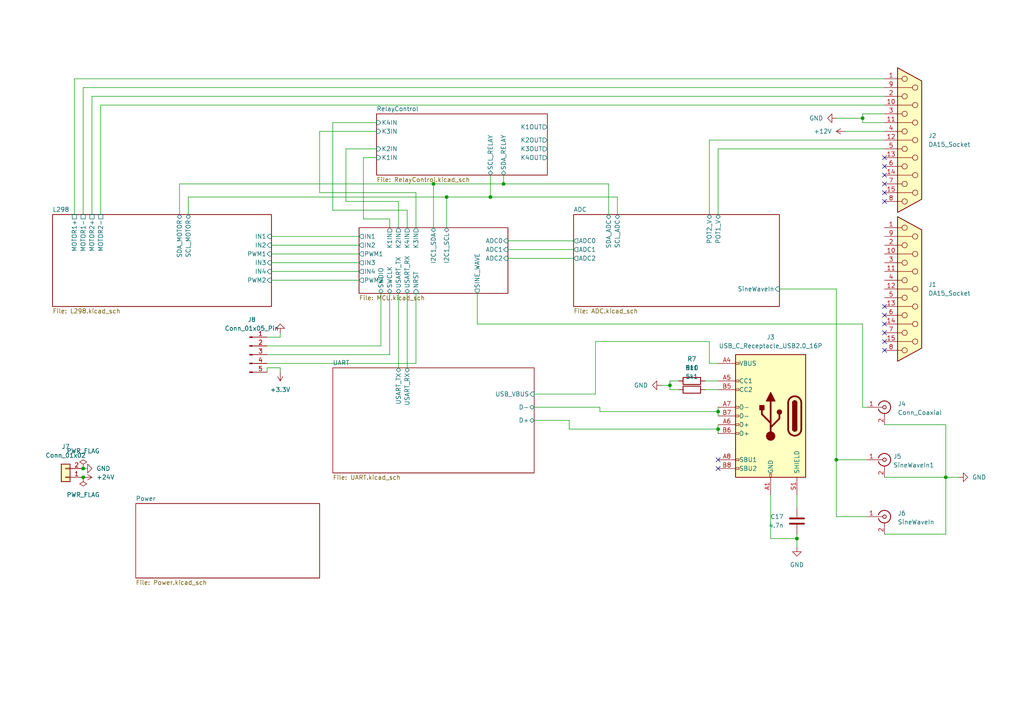
<source format=kicad_sch>
(kicad_sch (version 20250114) (generator "eeschema") (generator_version "9.0")
  (paper "A4")
  (title_block (title "MCU"))
  (lib_symbols
    (symbol "Connector:Conn_01x05_Pin" (pin_names (offset 1.016) (hide yes))
      (property "Reference" "J" (at 0 7.62 0))
      (property "Value" "Conn_01x05_Pin" (at 0 -7.62 0))
      (symbol "Conn_01x05_Pin_1_1"
        (rectangle (start 0.8636 5.207) (end 0 4.953) (stroke (width 0.1524)) (fill (type outline)))
        (rectangle (start 0.8636 2.667) (end 0 2.413) (stroke (width 0.1524)) (fill (type outline)))
        (rectangle (start 0.8636 0.127) (end 0 -0.127) (stroke (width 0.1524)) (fill (type outline)))
        (rectangle (start 0.8636 -2.413) (end 0 -2.667) (stroke (width 0.1524)) (fill (type outline)))
        (rectangle (start 0.8636 -4.953) (end 0 -5.207) (stroke (width 0.1524)) (fill (type outline)))
        (polyline (pts (xy 1.27 5.08) (xy 0.8636 5.08)) (stroke (width 0.1524)))
        (polyline (pts (xy 1.27 2.54) (xy 0.8636 2.54)) (stroke (width 0.1524)))
        (polyline (pts (xy 1.27 0) (xy 0.8636 0)) (stroke (width 0.1524)))
        (polyline (pts (xy 1.27 -2.54) (xy 0.8636 -2.54)) (stroke (width 0.1524)))
        (polyline (pts (xy 1.27 -5.08) (xy 0.8636 -5.08)) (stroke (width 0.1524)))
        (pin passive line (at 5.08 5.08 180) (length 3.81) (name "Pin_1") (number "1"))
        (pin passive line (at 5.08 2.54 180) (length 3.81) (name "Pin_2") (number "2"))
        (pin passive line (at 5.08 0 180) (length 3.81) (name "Pin_3") (number "3"))
        (pin passive line (at 5.08 -2.54 180) (length 3.81) (name "Pin_4") (number "4"))
        (pin passive line (at 5.08 -5.08 180) (length 3.81) (name "Pin_5") (number "5"))
      )
    )
    (symbol "Connector:Conn_Coaxial" (pin_names (offset 1.016) (hide yes))
      (property "Reference" "J" (at 0.254 3.048 0))
      (property "Value" "Conn_Coaxial" (at 2.921 0 90))
      (symbol "Conn_Coaxial_0_1"
        (polyline (pts (xy -2.54 0) (xy -0.508 0)))
        (arc (start 1.778 0) (mid 0.222 -1.8079) (end -1.778 -0.508) (stroke (width 0.254)))
        (arc (start -1.778 0.508) (mid 0.2221 1.8084) (end 1.778 0) (stroke (width 0.254)))
        (circle (center 0 0) (radius 0.508) (stroke (width 0.2032)))
        (polyline (pts (xy 0 -2.54) (xy 0 -1.778)))
      )
      (symbol "Conn_Coaxial_1_1"
        (pin passive line (at -5.08 0 0) (length 2.54) (name "In") (number "1"))
        (pin passive line (at 0 -5.08 90) (length 2.54) (name "Ext") (number "2"))
      )
    )
    (symbol "Connector:DA15_Socket" (pin_names (offset 1.016) (hide yes))
      (property "Reference" "J" (at 0.508 21.59 0))
      (property "Value" "DA15_Socket" (at 0 -22.225 0))
      (symbol "DA15_Socket_0_1"
        (polyline (pts (xy -3.81 20.955) (xy 3.175 17.145) (xy 3.175 -17.145) (xy -3.81 -20.955) (xy -3.81 20.955)) (stroke (width 0.254)) (fill (type background)))
        (polyline (pts (xy -3.81 17.78) (xy -2.54 17.78)))
        (polyline (pts (xy -3.81 15.24) (xy 0.508 15.24)))
        (polyline (pts (xy -3.81 12.7) (xy -2.54 12.7)))
        (polyline (pts (xy -3.81 10.16) (xy 0.508 10.16)))
        (polyline (pts (xy -3.81 7.62) (xy -2.54 7.62)))
        (polyline (pts (xy -3.81 5.08) (xy 0.508 5.08)))
        (polyline (pts (xy -3.81 2.54) (xy -2.54 2.54)))
        (polyline (pts (xy -3.81 0) (xy 0.508 0)))
        (polyline (pts (xy -3.81 -2.54) (xy -2.54 -2.54)))
        (polyline (pts (xy -3.81 -5.08) (xy 0.508 -5.08)))
        (polyline (pts (xy -3.81 -7.62) (xy -2.54 -7.62)))
        (polyline (pts (xy -3.81 -10.16) (xy 0.508 -10.16)))
        (polyline (pts (xy -3.81 -12.7) (xy -2.54 -12.7)))
        (polyline (pts (xy -3.81 -15.24) (xy 0.508 -15.24)))
        (polyline (pts (xy -3.81 -17.78) (xy -2.54 -17.78)))
        (circle (center -1.778 17.78) (radius 0.762))
        (circle (center -1.778 12.7) (radius 0.762))
        (circle (center -1.778 7.62) (radius 0.762))
        (circle (center -1.778 2.54) (radius 0.762))
        (circle (center -1.778 -2.54) (radius 0.762))
        (circle (center -1.778 -7.62) (radius 0.762))
        (circle (center -1.778 -12.7) (radius 0.762))
        (circle (center -1.778 -17.78) (radius 0.762))
        (circle (center 1.27 15.24) (radius 0.762))
        (circle (center 1.27 10.16) (radius 0.762))
        (circle (center 1.27 5.08) (radius 0.762))
        (circle (center 1.27 0) (radius 0.762))
        (circle (center 1.27 -5.08) (radius 0.762))
        (circle (center 1.27 -10.16) (radius 0.762))
        (circle (center 1.27 -15.24) (radius 0.762))
      )
      (symbol "DA15_Socket_1_1"
        (pin passive line (at -7.62 17.78 0) (length 3.81) (name "1") (number "1"))
        (pin passive line (at -7.62 15.24 0) (length 3.81) (name "P9") (number "9"))
        (pin passive line (at -7.62 12.7 0) (length 3.81) (name "2") (number "2"))
        (pin passive line (at -7.62 10.16 0) (length 3.81) (name "P10") (number "10"))
        (pin passive line (at -7.62 7.62 0) (length 3.81) (name "3") (number "3"))
        (pin passive line (at -7.62 5.08 0) (length 3.81) (name "P111") (number "11"))
        (pin passive line (at -7.62 2.54 0) (length 3.81) (name "4") (number "4"))
        (pin passive line (at -7.62 0 0) (length 3.81) (name "P12") (number "12"))
        (pin passive line (at -7.62 -2.54 0) (length 3.81) (name "5") (number "5"))
        (pin passive line (at -7.62 -5.08 0) (length 3.81) (name "P13") (number "13"))
        (pin passive line (at -7.62 -7.62 0) (length 3.81) (name "6") (number "6"))
        (pin passive line (at -7.62 -10.16 0) (length 3.81) (name "P14") (number "14"))
        (pin passive line (at -7.62 -12.7 0) (length 3.81) (name "7") (number "7"))
        (pin passive line (at -7.62 -15.24 0) (length 3.81) (name "P15") (number "15"))
        (pin passive line (at -7.62 -17.78 0) (length 3.81) (name "8") (number "8"))
      )
    )
    (symbol "Connector:USB_C_Receptacle_USB2.0_16P" (pin_names (offset 1.016))
      (property "Reference" "J" (at 0 22.225 0))
      (property "Value" "USB_C_Receptacle_USB2.0_16P" (at 0 19.685 0))
      (symbol "USB_C_Receptacle_USB2.0_16P_0_0"
        (rectangle (start -0.254 -17.78) (end 0.254 -16.764))
        (rectangle (start 10.16 15.494) (end 9.144 14.986))
        (rectangle (start 10.16 10.414) (end 9.144 9.906))
        (rectangle (start 10.16 7.874) (end 9.144 7.366))
        (rectangle (start 10.16 2.794) (end 9.144 2.286))
        (rectangle (start 10.16 0.254) (end 9.144 -0.254))
        (rectangle (start 10.16 -2.286) (end 9.144 -2.794))
        (rectangle (start 10.16 -4.826) (end 9.144 -5.334))
        (rectangle (start 10.16 -12.446) (end 9.144 -12.954))
        (rectangle (start 10.16 -14.986) (end 9.144 -15.494))
      )
      (symbol "USB_C_Receptacle_USB2.0_16P_0_1"
        (rectangle (start -10.16 17.78) (end 10.16 -17.78) (stroke (width 0.254)) (fill (type background)))
        (polyline (pts (xy -8.89 -3.81) (xy -8.89 3.81)) (stroke (width 0.508)))
        (rectangle (start -7.62 -3.81) (end -6.35 3.81) (stroke (width 0.254)) (fill (type outline)))
        (arc (start -7.62 3.81) (mid -6.985 4.4423) (end -6.35 3.81) (stroke (width 0.254)))
        (arc (start -7.62 3.81) (mid -6.985 4.4423) (end -6.35 3.81) (stroke (width 0.254)) (fill (type outline)))
        (arc (start -8.89 3.81) (mid -6.985 5.7067) (end -5.08 3.81) (stroke (width 0.508)))
        (arc (start -5.08 -3.81) (mid -6.985 -5.7067) (end -8.89 -3.81) (stroke (width 0.508)))
        (arc (start -6.35 -3.81) (mid -6.985 -4.4423) (end -7.62 -3.81) (stroke (width 0.254)))
        (arc (start -6.35 -3.81) (mid -6.985 -4.4423) (end -7.62 -3.81) (stroke (width 0.254)) (fill (type outline)))
        (polyline (pts (xy -5.08 3.81) (xy -5.08 -3.81)) (stroke (width 0.508)))
        (circle (center -2.54 1.143) (radius 0.635) (stroke (width 0.254)) (fill (type outline)))
        (polyline (pts (xy -1.27 4.318) (xy 0 6.858) (xy 1.27 4.318) (xy -1.27 4.318)) (stroke (width 0.254)) (fill (type outline)))
        (polyline (pts (xy 0 -2.032) (xy 2.54 0.508) (xy 2.54 1.778)) (stroke (width 0.508)))
        (polyline (pts (xy 0 -3.302) (xy -2.54 -0.762) (xy -2.54 0.508)) (stroke (width 0.508)))
        (polyline (pts (xy 0 -5.842) (xy 0 4.318)) (stroke (width 0.508)))
        (circle (center 0 -5.842) (radius 1.27) (fill (type outline)))
        (rectangle (start 1.905 1.778) (end 3.175 3.048) (stroke (width 0.254)) (fill (type outline)))
      )
      (symbol "USB_C_Receptacle_USB2.0_16P_1_1"
        (pin passive line (at -7.62 -22.86 90) (length 5.08) (name "SHIELD") (number "S1"))
        (pin passive line (at 0 -22.86 90) (length 5.08) (name "GND") (number "A1"))
        (pin passive line (at 0 -22.86 90) (length 5.08) (hide yes) (name "GND") (number "A12"))
        (pin passive line (at 0 -22.86 90) (length 5.08) (hide yes) (name "GND") (number "B1"))
        (pin passive line (at 0 -22.86 90) (length 5.08) (hide yes) (name "GND") (number "B12"))
        (pin passive line (at 15.24 15.24 180) (length 5.08) (name "VBUS") (number "A4"))
        (pin passive line (at 15.24 15.24 180) (length 5.08) (hide yes) (name "VBUS") (number "A9"))
        (pin passive line (at 15.24 15.24 180) (length 5.08) (hide yes) (name "VBUS") (number "B4"))
        (pin passive line (at 15.24 15.24 180) (length 5.08) (hide yes) (name "VBUS") (number "B9"))
        (pin bidirectional line (at 15.24 10.16 180) (length 5.08) (name "CC1") (number "A5"))
        (pin bidirectional line (at 15.24 7.62 180) (length 5.08) (name "CC2") (number "B5"))
        (pin bidirectional line (at 15.24 2.54 180) (length 5.08) (name "D-") (number "A7"))
        (pin bidirectional line (at 15.24 0 180) (length 5.08) (name "D-") (number "B7"))
        (pin bidirectional line (at 15.24 -2.54 180) (length 5.08) (name "D+") (number "A6"))
        (pin bidirectional line (at 15.24 -5.08 180) (length 5.08) (name "D+") (number "B6"))
        (pin bidirectional line (at 15.24 -12.7 180) (length 5.08) (name "SBU1") (number "A8"))
        (pin bidirectional line (at 15.24 -15.24 180) (length 5.08) (name "SBU2") (number "B8"))
      )
    )
    (symbol "Connector_Generic:Conn_01x02" (pin_names (offset 1.016) (hide yes))
      (property "Reference" "J" (at 0 2.54 0))
      (property "Value" "Conn_01x02" (at 0 -5.08 0))
      (symbol "Conn_01x02_1_1"
        (rectangle (start -1.27 1.27) (end 1.27 -3.81) (stroke (width 0.254)) (fill (type background)))
        (rectangle (start -1.27 0.127) (end 0 -0.127) (stroke (width 0.1524)))
        (rectangle (start -1.27 -2.413) (end 0 -2.667) (stroke (width 0.1524)))
        (pin passive line (at -5.08 0 0) (length 3.81) (name "Pin_1") (number "1"))
        (pin passive line (at -5.08 -2.54 0) (length 3.81) (name "Pin_2") (number "2"))
      )
    )
    (symbol "Device:C" (pin_numbers (hide yes)) (pin_names (offset 0.254))
      (property "Reference" "C" (at 0.635 2.54 0))
      (property "Value" "C" (at 0.635 -2.54 0))
      (symbol "C_0_1"
        (polyline (pts (xy -2.032 0.762) (xy 2.032 0.762)) (stroke (width 0.508)))
        (polyline (pts (xy -2.032 -0.762) (xy 2.032 -0.762)) (stroke (width 0.508)))
      )
      (symbol "C_1_1"
        (pin passive line (at 0 3.81 270) (length 2.794) (name "~") (number "1"))
        (pin passive line (at 0 -3.81 90) (length 2.794) (name "~") (number "2"))
      )
    )
    (symbol "Device:R" (pin_numbers (hide yes)) (pin_names (offset 0))
      (property "Reference" "R" (at 2.032 0 90))
      (property "Value" "R" (at 0 0 90))
      (symbol "R_0_1"
        (rectangle (start -1.016 -2.54) (end 1.016 2.54) (stroke (width 0.254)))
      )
      (symbol "R_1_1"
        (pin passive line (at 0 3.81 270) (length 1.27) (name "~") (number "1"))
        (pin passive line (at 0 -3.81 90) (length 1.27) (name "~") (number "2"))
      )
    )
    (symbol "power:+12V" (power) (pin_numbers (hide yes)) (pin_names (offset 0) (hide yes))
      (property "Value" "+12V" (at 0 3.556 0))
      (symbol "+12V_0_1"
        (polyline (pts (xy -0.762 1.27) (xy 0 2.54)))
        (polyline (pts (xy 0 2.54) (xy 0.762 1.27)))
        (polyline (pts (xy 0 0) (xy 0 2.54)))
      )
      (symbol "+12V_1_1"
        (pin power_in line (at 0 0 90) (length 0) (name "~") (number "1"))
      )
    )
    (symbol "power:+24V" (power) (pin_numbers (hide yes)) (pin_names (offset 0) (hide yes))
      (property "Value" "+24V" (at 0 3.556 0))
      (symbol "+24V_0_1"
        (polyline (pts (xy -0.762 1.27) (xy 0 2.54)))
        (polyline (pts (xy 0 2.54) (xy 0.762 1.27)))
        (polyline (pts (xy 0 0) (xy 0 2.54)))
      )
      (symbol "+24V_1_1"
        (pin power_in line (at 0 0 90) (length 0) (name "~") (number "1"))
      )
    )
    (symbol "power:+3.3V" (power) (pin_numbers (hide yes)) (pin_names (offset 0) (hide yes))
      (property "Value" "+3.3V" (at 0 3.556 0))
      (symbol "+3.3V_0_1"
        (polyline (pts (xy -0.762 1.27) (xy 0 2.54)))
        (polyline (pts (xy 0 2.54) (xy 0.762 1.27)))
        (polyline (pts (xy 0 0) (xy 0 2.54)))
      )
      (symbol "+3.3V_1_1"
        (pin power_in line (at 0 0 90) (length 0) (name "~") (number "1"))
      )
    )
    (symbol "power:GND" (power) (pin_numbers (hide yes)) (pin_names (offset 0) (hide yes))
      (property "Value" "GND" (at 0 -3.81 0))
      (symbol "GND_0_1"
        (polyline (pts (xy 0 0) (xy 0 -1.27) (xy 1.27 -1.27) (xy 0 -2.54) (xy -1.27 -1.27) (xy 0 -1.27)))
      )
      (symbol "GND_1_1"
        (pin power_in line (at 0 0 270) (length 0) (name "~") (number "1"))
      )
    )
    (symbol "power:PWR_FLAG" (power) (pin_numbers (hide yes)) (pin_names (offset 0) (hide yes))
      (property "Value" "PWR_FLAG" (at 0 3.81 0))
      (symbol "PWR_FLAG_0_0"
        (pin power_out line (at 0 0 90) (length 0) (name "~") (number "1"))
      )
      (symbol "PWR_FLAG_0_1"
        (polyline (pts (xy 0 0) (xy 0 1.27) (xy -1.016 1.905) (xy 0 2.54) (xy 1.016 1.905) (xy 0 1.27)))
      )
    )
  )
  (junction (at 129.54 57.15))
  (junction (at 125.73 53.34))
  (junction (at 24.13 135.89))
  (junction (at 208.28 124.46))
  (junction (at 142.24 57.15))
  (junction (at 231.14 156.21))
  (junction (at 242.57 133.35))
  (junction (at 250.19 34.29))
  (junction (at 24.13 138.43))
  (junction (at 194.31 111.76))
  (junction (at 208.28 119.38))
  (junction (at 274.32 138.43))
  (junction (at 146.05 53.34))
  (no_connect (at 256.54 48.26))
  (no_connect (at 256.54 96.52))
  (no_connect (at 256.54 53.34))
  (no_connect (at 256.54 50.8))
  (no_connect (at 256.54 58.42))
  (no_connect (at 256.54 99.06))
  (no_connect (at 256.54 88.9))
  (no_connect (at 256.54 91.44))
  (no_connect (at 256.54 55.88))
  (no_connect (at 208.28 135.89))
  (no_connect (at 256.54 101.6))
  (no_connect (at 256.54 93.98))
  (no_connect (at 208.28 133.35))
  (no_connect (at 256.54 45.72))
  (wire (pts (xy 21.59 22.86) (xy 256.54 22.86)))
  (wire (pts (xy 256.54 123.19) (xy 274.32 123.19)))
  (wire (pts (xy 105.41 45.72) (xy 109.22 45.72)))
  (wire (pts (xy 100.33 43.18) (xy 109.22 43.18)))
  (wire (pts (xy 147.32 72.39) (xy 166.37 72.39)))
  (wire (pts (xy 205.74 40.64) (xy 256.54 40.64)))
  (wire (pts (xy 138.43 93.98) (xy 250.19 93.98)))
  (wire (pts (xy 146.05 50.8) (xy 146.05 53.34)))
  (wire (pts (xy 173.99 118.11) (xy 173.99 119.38)))
  (wire (pts (xy 154.94 114.3) (xy 172.72 114.3)))
  (wire (pts (xy 165.1 124.46) (xy 208.28 124.46)))
  (wire (pts (xy 208.28 43.18) (xy 256.54 43.18)))
  (wire (pts (xy 77.47 107.95) (xy 77.47 106.68)))
  (wire (pts (xy 78.74 81.28) (xy 104.14 81.28)))
  (wire (pts (xy 173.99 119.38) (xy 208.28 119.38)))
  (wire (pts (xy 208.28 62.23) (xy 208.28 43.18)))
  (wire (pts (xy 120.65 66.04) (xy 120.65 55.88)))
  (wire (pts (xy 205.74 62.23) (xy 205.74 40.64)))
  (wire (pts (xy 274.32 154.94) (xy 256.54 154.94)))
  (wire (pts (xy 208.28 113.03) (xy 204.47 113.03)))
  (wire (pts (xy 118.11 66.04) (xy 118.11 60.96)))
  (wire (pts (xy 78.74 71.12) (xy 104.14 71.12)))
  (wire (pts (xy 26.67 27.94) (xy 256.54 27.94)))
  (wire (pts (xy 110.49 100.33) (xy 77.47 100.33)))
  (wire (pts (xy 120.65 55.88) (xy 92.71 55.88)))
  (wire (pts (xy 250.19 93.98) (xy 250.19 118.11)))
  (wire (pts (xy 242.57 133.35) (xy 242.57 149.86)))
  (wire (pts (xy 24.13 25.4) (xy 256.54 25.4)))
  (wire (pts (xy 54.61 57.15) (xy 129.54 57.15)))
  (wire (pts (xy 208.28 125.73) (xy 208.28 124.46)))
  (wire (pts (xy 226.06 83.82) (xy 242.57 83.82)))
  (wire (pts (xy 81.28 106.68) (xy 81.28 107.95)))
  (wire (pts (xy 105.41 63.5) (xy 105.41 45.72)))
  (wire (pts (xy 274.32 123.19) (xy 274.32 138.43)))
  (wire (pts (xy 146.05 53.34) (xy 176.53 53.34)))
  (wire (pts (xy 54.61 57.15) (xy 54.61 62.23)))
  (wire (pts (xy 250.19 34.29) (xy 250.19 35.56)))
  (wire (pts (xy 129.54 66.04) (xy 129.54 57.15)))
  (wire (pts (xy 250.19 118.11) (xy 251.46 118.11)))
  (wire (pts (xy 208.28 124.46) (xy 208.28 123.19)))
  (wire (pts (xy 96.52 35.56) (xy 109.22 35.56)))
  (wire (pts (xy 110.49 85.09) (xy 110.49 100.33)))
  (wire (pts (xy 115.57 85.09) (xy 115.57 106.68)))
  (wire (pts (xy 274.32 138.43) (xy 278.13 138.43)))
  (wire (pts (xy 78.74 78.74) (xy 104.14 78.74)))
  (wire (pts (xy 115.57 58.42) (xy 100.33 58.42)))
  (wire (pts (xy 113.03 85.09) (xy 113.03 102.87)))
  (wire (pts (xy 242.57 133.35) (xy 251.46 133.35)))
  (wire (pts (xy 205.74 105.41) (xy 208.28 105.41)))
  (wire (pts (xy 29.21 30.48) (xy 256.54 30.48)))
  (wire (pts (xy 196.85 110.49) (xy 194.31 110.49)))
  (wire (pts (xy 129.54 57.15) (xy 142.24 57.15)))
  (wire (pts (xy 147.32 69.85) (xy 166.37 69.85)))
  (wire (pts (xy 223.52 156.21) (xy 231.14 156.21)))
  (wire (pts (xy 142.24 57.15) (xy 179.07 57.15)))
  (wire (pts (xy 231.14 156.21) (xy 231.14 158.75)))
  (wire (pts (xy 118.11 60.96) (xy 96.52 60.96)))
  (wire (pts (xy 29.21 62.23) (xy 29.21 30.48)))
  (wire (pts (xy 113.03 63.5) (xy 105.41 63.5)))
  (wire (pts (xy 96.52 60.96) (xy 96.52 35.56)))
  (wire (pts (xy 165.1 121.92) (xy 165.1 124.46)))
  (wire (pts (xy 52.07 53.34) (xy 52.07 62.23)))
  (wire (pts (xy 172.72 99.06) (xy 205.74 99.06)))
  (wire (pts (xy 242.57 149.86) (xy 251.46 149.86)))
  (wire (pts (xy 256.54 33.02) (xy 250.19 33.02)))
  (wire (pts (xy 77.47 106.68) (xy 81.28 106.68)))
  (wire (pts (xy 24.13 62.23) (xy 24.13 25.4)))
  (wire (pts (xy 176.53 62.23) (xy 176.53 53.34)))
  (wire (pts (xy 125.73 53.34) (xy 146.05 53.34)))
  (wire (pts (xy 78.74 76.2) (xy 104.14 76.2)))
  (wire (pts (xy 113.03 102.87) (xy 77.47 102.87)))
  (wire (pts (xy 81.28 97.79) (xy 81.28 96.52)))
  (wire (pts (xy 142.24 50.8) (xy 142.24 57.15)))
  (wire (pts (xy 274.32 138.43) (xy 274.32 154.94)))
  (wire (pts (xy 77.47 97.79) (xy 81.28 97.79)))
  (wire (pts (xy 205.74 99.06) (xy 205.74 105.41)))
  (wire (pts (xy 223.52 143.51) (xy 223.52 156.21)))
  (wire (pts (xy 242.57 34.29) (xy 250.19 34.29)))
  (wire (pts (xy 250.19 35.56) (xy 256.54 35.56)))
  (wire (pts (xy 78.74 68.58) (xy 104.14 68.58)))
  (wire (pts (xy 256.54 138.43) (xy 274.32 138.43)))
  (wire (pts (xy 231.14 154.94) (xy 231.14 156.21)))
  (wire (pts (xy 100.33 58.42) (xy 100.33 43.18)))
  (wire (pts (xy 92.71 38.1) (xy 109.22 38.1)))
  (wire (pts (xy 179.07 57.15) (xy 179.07 62.23)))
  (wire (pts (xy 194.31 111.76) (xy 191.77 111.76)))
  (wire (pts (xy 92.71 55.88) (xy 92.71 38.1)))
  (wire (pts (xy 194.31 110.49) (xy 194.31 111.76)))
  (wire (pts (xy 147.32 74.93) (xy 166.37 74.93)))
  (wire (pts (xy 208.28 118.11) (xy 208.28 119.38)))
  (wire (pts (xy 113.03 66.04) (xy 113.03 63.5)))
  (wire (pts (xy 208.28 119.38) (xy 208.28 120.65)))
  (wire (pts (xy 250.19 33.02) (xy 250.19 34.29)))
  (wire (pts (xy 208.28 110.49) (xy 204.47 110.49)))
  (wire (pts (xy 245.11 38.1) (xy 256.54 38.1)))
  (wire (pts (xy 26.67 62.23) (xy 26.67 27.94)))
  (wire (pts (xy 120.65 85.09) (xy 120.65 105.41)))
  (wire (pts (xy 196.85 113.03) (xy 194.31 113.03)))
  (wire (pts (xy 125.73 66.04) (xy 125.73 53.34)))
  (wire (pts (xy 154.94 118.11) (xy 173.99 118.11)))
  (wire (pts (xy 21.59 62.23) (xy 21.59 22.86)))
  (wire (pts (xy 118.11 85.09) (xy 118.11 106.68)))
  (wire (pts (xy 78.74 73.66) (xy 104.14 73.66)))
  (wire (pts (xy 194.31 111.76) (xy 194.31 113.03)))
  (wire (pts (xy 115.57 66.04) (xy 115.57 58.42)))
  (wire (pts (xy 52.07 53.34) (xy 125.73 53.34)))
  (wire (pts (xy 154.94 121.92) (xy 165.1 121.92)))
  (wire (pts (xy 120.65 105.41) (xy 77.47 105.41)))
  (wire (pts (xy 138.43 85.09) (xy 138.43 93.98)))
  (wire (pts (xy 172.72 114.3) (xy 172.72 99.06)))
  (wire (pts (xy 242.57 83.82) (xy 242.57 133.35)))
  (wire (pts (xy 231.14 143.51) (xy 231.14 147.32)))
  (symbol (lib_id "Device:R") (at 200.66 113.03 270) (mirror x) (unit 1)
    (property "Reference" "R10" (at 200.66 106.68 90))
    (property "Value" "5k1" (at 200.66 109.22 90))
    (property "Footprint" "Resistor_SMD:R_0805_2012Metric_Pad1.20x1.40mm_HandSolder" (effects (hide yes)))
    (property "Description" "Resistor" (effects (hide yes)))
  )
  (symbol (lib_id "Connector:DA15_Socket") (at 264.16 40.64 0) (unit 1)
    (property "Reference" "J2" (at 269.24 39.3699 0) (effects (justify left)))
    (property "Value" "DA15_Socket" (at 269.24 41.9099 0) (effects (justify left)))
    (property "Footprint" "Connector_Dsub:DSUB-15_Socket_Horizontal_P2.77x2.54mm_EdgePinOffset9.40mm" (effects (hide yes)))
    (property "Description" "15-pin D-SUB connector, socket (female) (low-density/2 columns)" (effects (hide yes)))
  )
  (symbol (lib_id "Connector:Conn_Coaxial") (at 256.54 133.35 0) (unit 1)
    (property "Reference" "J5" (at 259.08 132.3731 0) (effects (justify left)))
    (property "Value" "SineWaveIn1" (at 259.08 134.9131 0) (effects (justify left)))
    (property "Footprint" "Connector_Coaxial:SMA_Amphenol_132289_EdgeMount" (effects (hide yes)))
    (property "Description" "coaxial connector (BNC, SMA, SMB, SMC, Cinch/RCA, LEMO, ...)" (effects (hide yes)))
  )
  (symbol (lib_id "power:+12V") (at 245.11 38.1 90) (unit 1)
    (property "Reference" "#PWR035" (effects (hide yes)))
    (property "Value" "+12V" (at 241.3 38.0999 90) (effects (justify left)))
    (property "Description" "Power symbol creates a global label with name \"+12V\"" (effects (hide yes)))
  )
  (symbol (lib_id "power:PWR_FLAG") (at 24.13 135.89 0) (unit 1)
    (property "Reference" "#FLG07" (effects (hide yes)))
    (property "Value" "PWR_FLAG" (at 24.13 130.81 0))
    (property "Description" "Special symbol for telling ERC where power comes from" (effects (hide yes)))
  )
  (symbol (lib_id "Connector:Conn_Coaxial") (at 256.54 118.11 0) (unit 1)
    (property "Reference" "J4" (at 260.35 117.1331 0) (effects (justify left)))
    (property "Value" "Conn_Coaxial" (at 260.35 119.6731 0) (effects (justify left)))
    (property "Footprint" "Connector_Coaxial:SMA_Amphenol_132289_EdgeMount" (effects (hide yes)))
    (property "Description" "coaxial connector (BNC, SMA, SMB, SMC, Cinch/RCA, LEMO, ...)" (effects (hide yes)))
  )
  (symbol (lib_id "power:GND") (at 231.14 158.75 0) (mirror y) (unit 1)
    (property "Reference" "#PWR025" (effects (hide yes)))
    (property "Value" "GND" (at 231.14 163.83 0))
    (property "Description" "Power symbol creates a global label with name \"GND\" , ground" (effects (hide yes)))
  )
  (symbol (lib_id "Connector:USB_C_Receptacle_USB2.0_16P") (at 223.52 120.65 0) (mirror y) (unit 1)
    (property "Reference" "J3" (at 223.52 97.79 0))
    (property "Value" "USB_C_Receptacle_USB2.0_16P" (at 223.52 100.33 0))
    (property "Footprint" "Connector_USB:USB_C_Receptacle_HRO_TYPE-C-31-M-12" (effects (hide yes)))
    (property "Datasheet" "https://www.usb.org/sites/default/files/documents/usb_type-c.zip" (effects (hide yes)))
    (property "Description" "USB 2.0-only 16P Type-C Receptacle connector" (effects (hide yes)))
  )
  (symbol (lib_id "Connector_Generic:Conn_01x02") (at 19.05 138.43 180) (unit 1)
    (property "Reference" "J7" (at 19.05 129.54 0))
    (property "Value" "Conn_01x02" (at 19.05 132.08 0))
    (property "Description" "Generic connector, single row, 01x02, script generated (kicad-library-utils/schlib/autogen/connector/)" (effects (hide yes)))
  )
  (symbol (lib_id "power:PWR_FLAG") (at 24.13 138.43 180) (unit 1)
    (property "Reference" "#FLG01" (effects (hide yes)))
    (property "Value" "PWR_FLAG" (at 24.13 143.51 0))
    (property "Description" "Special symbol for telling ERC where power comes from" (effects (hide yes)))
  )
  (symbol (lib_id "Connector:Conn_Coaxial") (at 256.54 149.86 0) (unit 1)
    (property "Reference" "J6" (at 260.35 148.8831 0) (effects (justify left)))
    (property "Value" "SineWaveIn" (at 260.35 151.4231 0) (effects (justify left)))
    (property "Footprint" "Connector_Coaxial:SMA_Amphenol_132289_EdgeMount" (effects (hide yes)))
    (property "Description" "coaxial connector (BNC, SMA, SMB, SMC, Cinch/RCA, LEMO, ...)" (effects (hide yes)))
  )
  (symbol (lib_id "Device:R") (at 200.66 110.49 270) (mirror x) (unit 1)
    (property "Reference" "R7" (at 200.66 104.14 90))
    (property "Value" "5k1" (at 200.66 106.68 90))
    (property "Footprint" "Resistor_SMD:R_0805_2012Metric_Pad1.20x1.40mm_HandSolder" (effects (hide yes)))
    (property "Description" "Resistor" (effects (hide yes)))
  )
  (symbol (lib_id "Connector:Conn_01x05_Pin") (at 72.39 102.87 0) (unit 1)
    (property "Reference" "J8" (at 73.025 92.71 0))
    (property "Value" "Conn_01x05_Pin" (at 73.025 95.25 0))
    (property "Footprint" "Connector_PinHeader_2.54mm:PinHeader_1x05_P2.54mm_Vertical_SMD_Pin1Left" (effects (hide yes)))
    (property "Description" "Generic connector, single row, 01x05, script generated" (effects (hide yes)))
  )
  (symbol (lib_id "power:+24V") (at 24.13 138.43 270) (unit 1)
    (property "Reference" "#PWR039" (effects (hide yes)))
    (property "Value" "+24V" (at 27.94 138.4299 90) (effects (justify left)))
    (property "Description" "Power symbol creates a global label with name \"+24V\"" (effects (hide yes)))
  )
  (symbol (lib_id "power:GND") (at 278.13 138.43 90) (unit 1)
    (property "Reference" "#PWR037" (effects (hide yes)))
    (property "Value" "GND" (at 281.94 138.4299 90) (effects (justify right)))
    (property "Description" "Power symbol creates a global label with name \"GND\" , ground" (effects (hide yes)))
  )
  (symbol (lib_id "power:+3.3V") (at 81.28 107.95 0) (mirror x) (unit 1)
    (property "Reference" "#PWR013" (effects (hide yes)))
    (property "Value" "+3.3V" (at 81.28 113.03 0))
    (property "Description" "Power symbol creates a global label with name \"+3.3V\"" (effects (hide yes)))
  )
  (symbol (lib_id "power:GND") (at 191.77 111.76 270) (mirror x) (unit 1)
    (property "Reference" "#PWR024" (effects (hide yes)))
    (property "Value" "GND" (at 187.96 111.7599 90) (effects (justify right)))
    (property "Description" "Power symbol creates a global label with name \"GND\" , ground" (effects (hide yes)))
  )
  (symbol (lib_id "Device:C") (at 231.14 151.13 0) (mirror y) (unit 1)
    (property "Reference" "C17" (at 227.33 149.8599 0) (effects (justify left)))
    (property "Value" "4.7n" (at 227.33 152.3999 0) (effects (justify left)))
    (property "Footprint" "Capacitor_SMD:C_0805_2012Metric_Pad1.18x1.45mm_HandSolder" (effects (hide yes)))
    (property "Description" "Unpolarized capacitor" (effects (hide yes)))
  )
  (symbol (lib_id "power:GND") (at 24.13 135.89 90) (unit 1)
    (property "Reference" "#PWR041" (effects (hide yes)))
    (property "Value" "GND" (at 27.94 135.8899 90) (effects (justify right)))
    (property "Description" "Power symbol creates a global label with name \"GND\" , ground" (effects (hide yes)))
  )
  (symbol (lib_id "power:GND") (at 81.28 96.52 0) (mirror x) (unit 1)
    (property "Reference" "#PWR012" (effects (hide yes)))
    (property "Value" "GND" (effects (hide yes)))
    (property "Description" "Power symbol creates a global label with name \"GND\" , ground" (effects (hide yes)))
  )
  (symbol (lib_id "power:GND") (at 242.57 34.29 270) (unit 1)
    (property "Reference" "#PWR036" (effects (hide yes)))
    (property "Value" "GND" (at 238.76 34.2899 90) (effects (justify right)))
    (property "Description" "Power symbol creates a global label with name \"GND\" , ground" (effects (hide yes)))
  )
  (symbol (lib_id "Connector:DA15_Socket") (at 264.16 83.82 0) (unit 1)
    (property "Reference" "J1" (at 269.24 82.5499 0) (effects (justify left)))
    (property "Value" "DA15_Socket" (at 269.24 85.0899 0) (effects (justify left)))
    (property "Footprint" "Connector_Dsub:DSUB-15_Socket_Horizontal_P2.77x2.54mm_EdgePinOffset9.40mm" (effects (hide yes)))
    (property "Description" "15-pin D-SUB connector, socket (female) (low-density/2 columns)" (effects (hide yes)))
  )
  (sheet (at 39.37 146.05) (size 53.34 21.59) (stroke (width 0.1524))
    (property "Sheetname" "Power" (at 39.37 145.3384 0) (effects (justify left bottom)))
    (property "Sheetfile" "Power.kicad_sch" (at 39.37 168.2246 0) (effects (justify left top)))
  )
  (sheet (at 15.24 62.23) (size 63.5 26.67) (stroke (width 0.1524))
    (property "Sheetname" "L298" (at 15.24 61.5184 0) (effects (justify left bottom)))
    (property "Sheetfile" "L298.kicad_sch" (at 15.24 89.4846 0) (effects (justify left top)))
    (pin "IN1" input (at 78.74 68.58 0))
    (pin "IN2" input (at 78.74 71.12 0))
    (pin "PWM1" input (at 78.74 73.66 0))
    (pin "IN3" input (at 78.74 76.2 0))
    (pin "IN4" input (at 78.74 78.74 0))
    (pin "PWM2" input (at 78.74 81.28 0))
    (pin "MOTOR1-" passive (at 24.13 62.23 90))
    (pin "MOTOR2-" passive (at 29.21 62.23 90))
    (pin "MOTOR2+" passive (at 26.67 62.23 90))
    (pin "MOTOR1+" passive (at 21.59 62.23 90))
    (pin "SCL_MOTOR" bidirectional (at 54.61 62.23 90))
    (pin "SDA_MOTOR" bidirectional (at 52.07 62.23 90))
  )
  (sheet (at 109.22 33.02) (size 49.53 17.78) (stroke (width 0.1524))
    (property "Sheetname" "RelayControl" (at 109.22 32.3084 0) (effects (justify left bottom)))
    (property "Sheetfile" "RelayControl.kicad_sch" (at 109.22 51.3846 0) (effects (justify left top)))
    (pin "K1OUT" output (at 158.75 36.83 0))
    (pin "K2OUT" output (at 158.75 40.64 0))
    (pin "K3OUT" output (at 158.75 43.18 0))
    (pin "K4OUT" output (at 158.75 45.72 0))
    (pin "SCL_RELAY" bidirectional (at 142.24 50.8 270))
    (pin "SDA_RELAY" bidirectional (at 146.05 50.8 270))
    (pin "K3IN" input (at 109.22 38.1 180))
    (pin "K1IN" input (at 109.22 45.72 180))
    (pin "K2IN" input (at 109.22 43.18 180))
    (pin "K4IN" input (at 109.22 35.56 180))
  )
  (sheet (at 96.52 106.68) (size 58.42 30.48) (stroke (width 0.1524))
    (property "Sheetname" "UART" (at 96.52 105.9684 0) (effects (justify left bottom)))
    (property "Sheetfile" "UART.kicad_sch" (at 96.52 137.7446 0) (effects (justify left top)))
    (pin "USART_TX" bidirectional (at 115.57 106.68 90))
    (pin "USART_RX" bidirectional (at 118.11 106.68 90))
    (pin "D-" bidirectional (at 154.94 118.11 0))
    (pin "D+" bidirectional (at 154.94 121.92 0))
    (pin "USB_VBUS" input (at 154.94 114.3 0))
  )
  (sheet (at 166.37 62.23) (size 59.69 26.67) (stroke (width 0.1524))
    (property "Sheetname" "ADC" (at 166.37 61.5184 0) (effects (justify left bottom)))
    (property "Sheetfile" "ADC.kicad_sch" (at 166.37 89.4846 0) (effects (justify left top)))
    (pin "ADC2" output (at 166.37 74.93 180))
    (pin "ADC0" output (at 166.37 69.85 180))
    (pin "ADC1" output (at 166.37 72.39 180))
    (pin "POT1_V" bidirectional (at 208.28 62.23 90))
    (pin "POT2_V" bidirectional (at 205.74 62.23 90))
    (pin "SineWaveIn" input (at 226.06 83.82 0))
    (pin "SCL_ADC" bidirectional (at 179.07 62.23 90))
    (pin "SDA_ADC" bidirectional (at 176.53 62.23 90))
  )
  (sheet (at 104.14 66.04) (size 43.18 19.05) (stroke (width 0.1524))
    (property "Sheetname" "MCU" (effects (hide yes)))
    (property "Sheetfile" "MCU.kicad_sch" (at 104.14 85.6746 0) (effects (justify left top)))
    (pin "IN3" output (at 104.14 76.2 180))
    (pin "IN1" output (at 104.14 68.58 180))
    (pin "PWM2" output (at 104.14 81.28 180))
    (pin "IN2" output (at 104.14 71.12 180))
    (pin "PWM1" output (at 104.14 73.66 180))
    (pin "IN4" output (at 104.14 78.74 180))
    (pin "SWDIO" bidirectional (at 110.49 85.09 270))
    (pin "SWCLK" bidirectional (at 113.03 85.09 270))
    (pin "NRST" input (at 120.65 85.09 270))
    (pin "USART_RX" bidirectional (at 118.11 85.09 270))
    (pin "USART_TX" bidirectional (at 115.57 85.09 270))
    (pin "ADC0" input (at 147.32 69.85 0))
    (pin "ADC2" input (at 147.32 74.93 0))
    (pin "ADC1" input (at 147.32 72.39 0))
    (pin "I2C1_SDA" bidirectional (at 125.73 66.04 90))
    (pin "SINE_WAVE" output (at 138.43 85.09 270))
    (pin "I2C1_SCL" bidirectional (at 129.54 66.04 90))
    (pin "K1IN" output (at 113.03 66.04 90))
    (pin "K2IN" output (at 115.57 66.04 90))
    (pin "K4IN" output (at 118.11 66.04 90))
    (pin "K3IN" output (at 120.65 66.04 90))
  )
)
</source>
